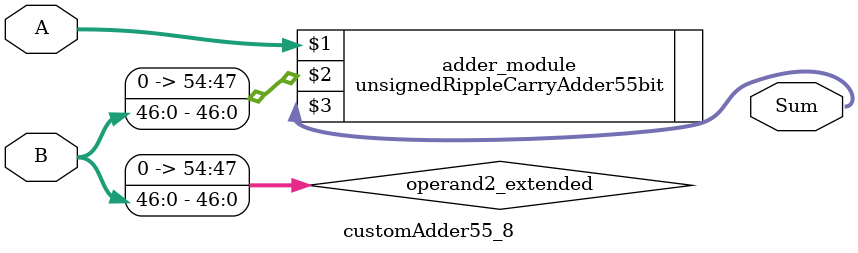
<source format=v>
module customAdder55_8(
                        input [54 : 0] A,
                        input [46 : 0] B,
                        
                        output [55 : 0] Sum
                );

        wire [54 : 0] operand2_extended;
        
        assign operand2_extended =  {8'b0, B};
        
        unsignedRippleCarryAdder55bit adder_module(
            A,
            operand2_extended,
            Sum
        );
        
        endmodule
        
</source>
